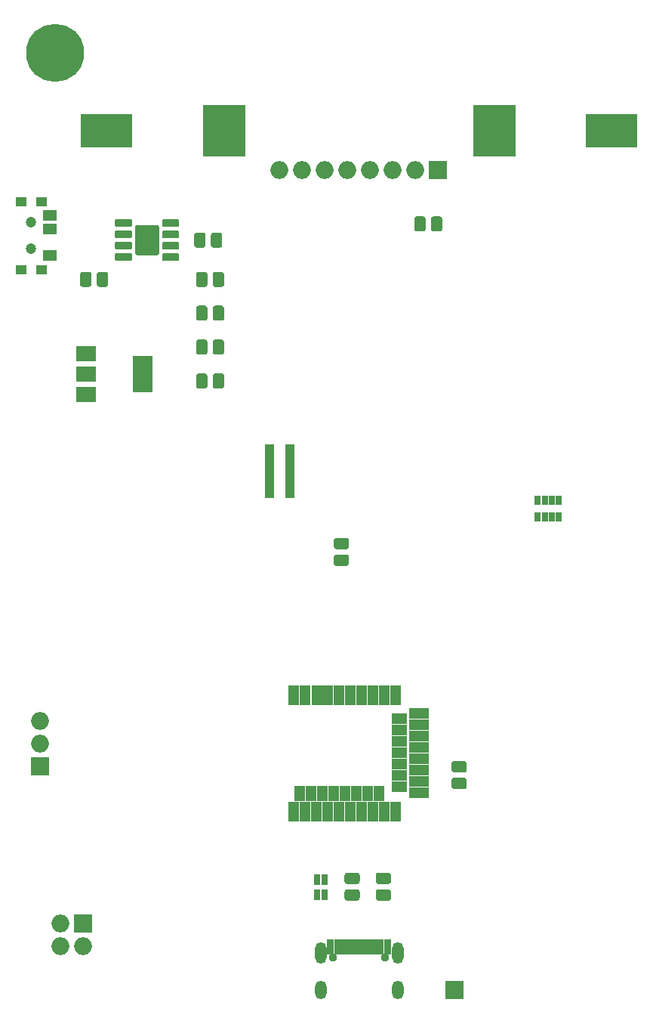
<source format=gbr>
G04 #@! TF.GenerationSoftware,KiCad,Pcbnew,5.1.5*
G04 #@! TF.CreationDate,2020-02-22T18:04:54-06:00*
G04 #@! TF.ProjectId,BSidesIA2020,42536964-6573-4494-9132-3032302e6b69,rev?*
G04 #@! TF.SameCoordinates,Original*
G04 #@! TF.FileFunction,Soldermask,Bot*
G04 #@! TF.FilePolarity,Negative*
%FSLAX46Y46*%
G04 Gerber Fmt 4.6, Leading zero omitted, Abs format (unit mm)*
G04 Created by KiCad (PCBNEW 5.1.5) date 2020-02-22 18:04:54*
%MOMM*%
%LPD*%
G04 APERTURE LIST*
%ADD10C,6.500000*%
%ADD11R,5.800000X3.800000*%
%ADD12R,4.800000X5.800000*%
%ADD13C,0.100000*%
%ADD14R,2.000000X2.000000*%
%ADD15O,2.000000X2.000000*%
%ADD16O,1.300000X2.400000*%
%ADD17O,1.300000X2.100000*%
%ADD18R,0.550000X1.700000*%
%ADD19C,0.950000*%
%ADD20R,1.200000X1.100000*%
%ADD21R,1.550000X1.200000*%
%ADD22C,1.200000*%
%ADD23R,0.700000X1.200000*%
%ADD24R,0.800000X1.100000*%
%ADD25R,0.700000X1.100000*%
%ADD26R,2.300000X4.100000*%
%ADD27R,2.300000X1.800000*%
%ADD28R,1.100000X0.500000*%
%ADD29R,1.100000X0.700000*%
%ADD30R,2.300000X1.300000*%
%ADD31R,1.300000X2.300000*%
%ADD32R,1.800000X1.300000*%
%ADD33R,1.300000X1.800000*%
G04 APERTURE END LIST*
D10*
X111700000Y-53050000D03*
D11*
X117475212Y-61775000D03*
X174075212Y-61775000D03*
D12*
X130650212Y-61750000D03*
X160950212Y-61750000D03*
D13*
G36*
X157562493Y-132364035D02*
G01*
X157593435Y-132368625D01*
X157623778Y-132376225D01*
X157653230Y-132386763D01*
X157681508Y-132400138D01*
X157708338Y-132416219D01*
X157733463Y-132434853D01*
X157756640Y-132455860D01*
X157777647Y-132479037D01*
X157796281Y-132504162D01*
X157812362Y-132530992D01*
X157825737Y-132559270D01*
X157836275Y-132588722D01*
X157843875Y-132619065D01*
X157848465Y-132650007D01*
X157850000Y-132681250D01*
X157850000Y-133318750D01*
X157848465Y-133349993D01*
X157843875Y-133380935D01*
X157836275Y-133411278D01*
X157825737Y-133440730D01*
X157812362Y-133469008D01*
X157796281Y-133495838D01*
X157777647Y-133520963D01*
X157756640Y-133544140D01*
X157733463Y-133565147D01*
X157708338Y-133583781D01*
X157681508Y-133599862D01*
X157653230Y-133613237D01*
X157623778Y-133623775D01*
X157593435Y-133631375D01*
X157562493Y-133635965D01*
X157531250Y-133637500D01*
X156468750Y-133637500D01*
X156437507Y-133635965D01*
X156406565Y-133631375D01*
X156376222Y-133623775D01*
X156346770Y-133613237D01*
X156318492Y-133599862D01*
X156291662Y-133583781D01*
X156266537Y-133565147D01*
X156243360Y-133544140D01*
X156222353Y-133520963D01*
X156203719Y-133495838D01*
X156187638Y-133469008D01*
X156174263Y-133440730D01*
X156163725Y-133411278D01*
X156156125Y-133380935D01*
X156151535Y-133349993D01*
X156150000Y-133318750D01*
X156150000Y-132681250D01*
X156151535Y-132650007D01*
X156156125Y-132619065D01*
X156163725Y-132588722D01*
X156174263Y-132559270D01*
X156187638Y-132530992D01*
X156203719Y-132504162D01*
X156222353Y-132479037D01*
X156243360Y-132455860D01*
X156266537Y-132434853D01*
X156291662Y-132416219D01*
X156318492Y-132400138D01*
X156346770Y-132386763D01*
X156376222Y-132376225D01*
X156406565Y-132368625D01*
X156437507Y-132364035D01*
X156468750Y-132362500D01*
X157531250Y-132362500D01*
X157562493Y-132364035D01*
G37*
G36*
X157562493Y-134239035D02*
G01*
X157593435Y-134243625D01*
X157623778Y-134251225D01*
X157653230Y-134261763D01*
X157681508Y-134275138D01*
X157708338Y-134291219D01*
X157733463Y-134309853D01*
X157756640Y-134330860D01*
X157777647Y-134354037D01*
X157796281Y-134379162D01*
X157812362Y-134405992D01*
X157825737Y-134434270D01*
X157836275Y-134463722D01*
X157843875Y-134494065D01*
X157848465Y-134525007D01*
X157850000Y-134556250D01*
X157850000Y-135193750D01*
X157848465Y-135224993D01*
X157843875Y-135255935D01*
X157836275Y-135286278D01*
X157825737Y-135315730D01*
X157812362Y-135344008D01*
X157796281Y-135370838D01*
X157777647Y-135395963D01*
X157756640Y-135419140D01*
X157733463Y-135440147D01*
X157708338Y-135458781D01*
X157681508Y-135474862D01*
X157653230Y-135488237D01*
X157623778Y-135498775D01*
X157593435Y-135506375D01*
X157562493Y-135510965D01*
X157531250Y-135512500D01*
X156468750Y-135512500D01*
X156437507Y-135510965D01*
X156406565Y-135506375D01*
X156376222Y-135498775D01*
X156346770Y-135488237D01*
X156318492Y-135474862D01*
X156291662Y-135458781D01*
X156266537Y-135440147D01*
X156243360Y-135419140D01*
X156222353Y-135395963D01*
X156203719Y-135370838D01*
X156187638Y-135344008D01*
X156174263Y-135315730D01*
X156163725Y-135286278D01*
X156156125Y-135255935D01*
X156151535Y-135224993D01*
X156150000Y-135193750D01*
X156150000Y-134556250D01*
X156151535Y-134525007D01*
X156156125Y-134494065D01*
X156163725Y-134463722D01*
X156174263Y-134434270D01*
X156187638Y-134405992D01*
X156203719Y-134379162D01*
X156222353Y-134354037D01*
X156243360Y-134330860D01*
X156266537Y-134309853D01*
X156291662Y-134291219D01*
X156318492Y-134275138D01*
X156346770Y-134261763D01*
X156376222Y-134251225D01*
X156406565Y-134243625D01*
X156437507Y-134239035D01*
X156468750Y-134237500D01*
X157531250Y-134237500D01*
X157562493Y-134239035D01*
G37*
G36*
X128474993Y-85151535D02*
G01*
X128505935Y-85156125D01*
X128536278Y-85163725D01*
X128565730Y-85174263D01*
X128594008Y-85187638D01*
X128620838Y-85203719D01*
X128645963Y-85222353D01*
X128669140Y-85243360D01*
X128690147Y-85266537D01*
X128708781Y-85291662D01*
X128724862Y-85318492D01*
X128738237Y-85346770D01*
X128748775Y-85376222D01*
X128756375Y-85406565D01*
X128760965Y-85437507D01*
X128762500Y-85468750D01*
X128762500Y-86531250D01*
X128760965Y-86562493D01*
X128756375Y-86593435D01*
X128748775Y-86623778D01*
X128738237Y-86653230D01*
X128724862Y-86681508D01*
X128708781Y-86708338D01*
X128690147Y-86733463D01*
X128669140Y-86756640D01*
X128645963Y-86777647D01*
X128620838Y-86796281D01*
X128594008Y-86812362D01*
X128565730Y-86825737D01*
X128536278Y-86836275D01*
X128505935Y-86843875D01*
X128474993Y-86848465D01*
X128443750Y-86850000D01*
X127806250Y-86850000D01*
X127775007Y-86848465D01*
X127744065Y-86843875D01*
X127713722Y-86836275D01*
X127684270Y-86825737D01*
X127655992Y-86812362D01*
X127629162Y-86796281D01*
X127604037Y-86777647D01*
X127580860Y-86756640D01*
X127559853Y-86733463D01*
X127541219Y-86708338D01*
X127525138Y-86681508D01*
X127511763Y-86653230D01*
X127501225Y-86623778D01*
X127493625Y-86593435D01*
X127489035Y-86562493D01*
X127487500Y-86531250D01*
X127487500Y-85468750D01*
X127489035Y-85437507D01*
X127493625Y-85406565D01*
X127501225Y-85376222D01*
X127511763Y-85346770D01*
X127525138Y-85318492D01*
X127541219Y-85291662D01*
X127559853Y-85266537D01*
X127580860Y-85243360D01*
X127604037Y-85222353D01*
X127629162Y-85203719D01*
X127655992Y-85187638D01*
X127684270Y-85174263D01*
X127713722Y-85163725D01*
X127744065Y-85156125D01*
X127775007Y-85151535D01*
X127806250Y-85150000D01*
X128443750Y-85150000D01*
X128474993Y-85151535D01*
G37*
G36*
X130349993Y-85151535D02*
G01*
X130380935Y-85156125D01*
X130411278Y-85163725D01*
X130440730Y-85174263D01*
X130469008Y-85187638D01*
X130495838Y-85203719D01*
X130520963Y-85222353D01*
X130544140Y-85243360D01*
X130565147Y-85266537D01*
X130583781Y-85291662D01*
X130599862Y-85318492D01*
X130613237Y-85346770D01*
X130623775Y-85376222D01*
X130631375Y-85406565D01*
X130635965Y-85437507D01*
X130637500Y-85468750D01*
X130637500Y-86531250D01*
X130635965Y-86562493D01*
X130631375Y-86593435D01*
X130623775Y-86623778D01*
X130613237Y-86653230D01*
X130599862Y-86681508D01*
X130583781Y-86708338D01*
X130565147Y-86733463D01*
X130544140Y-86756640D01*
X130520963Y-86777647D01*
X130495838Y-86796281D01*
X130469008Y-86812362D01*
X130440730Y-86825737D01*
X130411278Y-86836275D01*
X130380935Y-86843875D01*
X130349993Y-86848465D01*
X130318750Y-86850000D01*
X129681250Y-86850000D01*
X129650007Y-86848465D01*
X129619065Y-86843875D01*
X129588722Y-86836275D01*
X129559270Y-86825737D01*
X129530992Y-86812362D01*
X129504162Y-86796281D01*
X129479037Y-86777647D01*
X129455860Y-86756640D01*
X129434853Y-86733463D01*
X129416219Y-86708338D01*
X129400138Y-86681508D01*
X129386763Y-86653230D01*
X129376225Y-86623778D01*
X129368625Y-86593435D01*
X129364035Y-86562493D01*
X129362500Y-86531250D01*
X129362500Y-85468750D01*
X129364035Y-85437507D01*
X129368625Y-85406565D01*
X129376225Y-85376222D01*
X129386763Y-85346770D01*
X129400138Y-85318492D01*
X129416219Y-85291662D01*
X129434853Y-85266537D01*
X129455860Y-85243360D01*
X129479037Y-85222353D01*
X129504162Y-85203719D01*
X129530992Y-85187638D01*
X129559270Y-85174263D01*
X129588722Y-85163725D01*
X129619065Y-85156125D01*
X129650007Y-85151535D01*
X129681250Y-85150000D01*
X130318750Y-85150000D01*
X130349993Y-85151535D01*
G37*
G36*
X130349993Y-88951535D02*
G01*
X130380935Y-88956125D01*
X130411278Y-88963725D01*
X130440730Y-88974263D01*
X130469008Y-88987638D01*
X130495838Y-89003719D01*
X130520963Y-89022353D01*
X130544140Y-89043360D01*
X130565147Y-89066537D01*
X130583781Y-89091662D01*
X130599862Y-89118492D01*
X130613237Y-89146770D01*
X130623775Y-89176222D01*
X130631375Y-89206565D01*
X130635965Y-89237507D01*
X130637500Y-89268750D01*
X130637500Y-90331250D01*
X130635965Y-90362493D01*
X130631375Y-90393435D01*
X130623775Y-90423778D01*
X130613237Y-90453230D01*
X130599862Y-90481508D01*
X130583781Y-90508338D01*
X130565147Y-90533463D01*
X130544140Y-90556640D01*
X130520963Y-90577647D01*
X130495838Y-90596281D01*
X130469008Y-90612362D01*
X130440730Y-90625737D01*
X130411278Y-90636275D01*
X130380935Y-90643875D01*
X130349993Y-90648465D01*
X130318750Y-90650000D01*
X129681250Y-90650000D01*
X129650007Y-90648465D01*
X129619065Y-90643875D01*
X129588722Y-90636275D01*
X129559270Y-90625737D01*
X129530992Y-90612362D01*
X129504162Y-90596281D01*
X129479037Y-90577647D01*
X129455860Y-90556640D01*
X129434853Y-90533463D01*
X129416219Y-90508338D01*
X129400138Y-90481508D01*
X129386763Y-90453230D01*
X129376225Y-90423778D01*
X129368625Y-90393435D01*
X129364035Y-90362493D01*
X129362500Y-90331250D01*
X129362500Y-89268750D01*
X129364035Y-89237507D01*
X129368625Y-89206565D01*
X129376225Y-89176222D01*
X129386763Y-89146770D01*
X129400138Y-89118492D01*
X129416219Y-89091662D01*
X129434853Y-89066537D01*
X129455860Y-89043360D01*
X129479037Y-89022353D01*
X129504162Y-89003719D01*
X129530992Y-88987638D01*
X129559270Y-88974263D01*
X129588722Y-88963725D01*
X129619065Y-88956125D01*
X129650007Y-88951535D01*
X129681250Y-88950000D01*
X130318750Y-88950000D01*
X130349993Y-88951535D01*
G37*
G36*
X128474993Y-88951535D02*
G01*
X128505935Y-88956125D01*
X128536278Y-88963725D01*
X128565730Y-88974263D01*
X128594008Y-88987638D01*
X128620838Y-89003719D01*
X128645963Y-89022353D01*
X128669140Y-89043360D01*
X128690147Y-89066537D01*
X128708781Y-89091662D01*
X128724862Y-89118492D01*
X128738237Y-89146770D01*
X128748775Y-89176222D01*
X128756375Y-89206565D01*
X128760965Y-89237507D01*
X128762500Y-89268750D01*
X128762500Y-90331250D01*
X128760965Y-90362493D01*
X128756375Y-90393435D01*
X128748775Y-90423778D01*
X128738237Y-90453230D01*
X128724862Y-90481508D01*
X128708781Y-90508338D01*
X128690147Y-90533463D01*
X128669140Y-90556640D01*
X128645963Y-90577647D01*
X128620838Y-90596281D01*
X128594008Y-90612362D01*
X128565730Y-90625737D01*
X128536278Y-90636275D01*
X128505935Y-90643875D01*
X128474993Y-90648465D01*
X128443750Y-90650000D01*
X127806250Y-90650000D01*
X127775007Y-90648465D01*
X127744065Y-90643875D01*
X127713722Y-90636275D01*
X127684270Y-90625737D01*
X127655992Y-90612362D01*
X127629162Y-90596281D01*
X127604037Y-90577647D01*
X127580860Y-90556640D01*
X127559853Y-90533463D01*
X127541219Y-90508338D01*
X127525138Y-90481508D01*
X127511763Y-90453230D01*
X127501225Y-90423778D01*
X127493625Y-90393435D01*
X127489035Y-90362493D01*
X127487500Y-90331250D01*
X127487500Y-89268750D01*
X127489035Y-89237507D01*
X127493625Y-89206565D01*
X127501225Y-89176222D01*
X127511763Y-89146770D01*
X127525138Y-89118492D01*
X127541219Y-89091662D01*
X127559853Y-89066537D01*
X127580860Y-89043360D01*
X127604037Y-89022353D01*
X127629162Y-89003719D01*
X127655992Y-88987638D01*
X127684270Y-88974263D01*
X127713722Y-88963725D01*
X127744065Y-88956125D01*
X127775007Y-88951535D01*
X127806250Y-88950000D01*
X128443750Y-88950000D01*
X128474993Y-88951535D01*
G37*
G36*
X130349993Y-77551535D02*
G01*
X130380935Y-77556125D01*
X130411278Y-77563725D01*
X130440730Y-77574263D01*
X130469008Y-77587638D01*
X130495838Y-77603719D01*
X130520963Y-77622353D01*
X130544140Y-77643360D01*
X130565147Y-77666537D01*
X130583781Y-77691662D01*
X130599862Y-77718492D01*
X130613237Y-77746770D01*
X130623775Y-77776222D01*
X130631375Y-77806565D01*
X130635965Y-77837507D01*
X130637500Y-77868750D01*
X130637500Y-78931250D01*
X130635965Y-78962493D01*
X130631375Y-78993435D01*
X130623775Y-79023778D01*
X130613237Y-79053230D01*
X130599862Y-79081508D01*
X130583781Y-79108338D01*
X130565147Y-79133463D01*
X130544140Y-79156640D01*
X130520963Y-79177647D01*
X130495838Y-79196281D01*
X130469008Y-79212362D01*
X130440730Y-79225737D01*
X130411278Y-79236275D01*
X130380935Y-79243875D01*
X130349993Y-79248465D01*
X130318750Y-79250000D01*
X129681250Y-79250000D01*
X129650007Y-79248465D01*
X129619065Y-79243875D01*
X129588722Y-79236275D01*
X129559270Y-79225737D01*
X129530992Y-79212362D01*
X129504162Y-79196281D01*
X129479037Y-79177647D01*
X129455860Y-79156640D01*
X129434853Y-79133463D01*
X129416219Y-79108338D01*
X129400138Y-79081508D01*
X129386763Y-79053230D01*
X129376225Y-79023778D01*
X129368625Y-78993435D01*
X129364035Y-78962493D01*
X129362500Y-78931250D01*
X129362500Y-77868750D01*
X129364035Y-77837507D01*
X129368625Y-77806565D01*
X129376225Y-77776222D01*
X129386763Y-77746770D01*
X129400138Y-77718492D01*
X129416219Y-77691662D01*
X129434853Y-77666537D01*
X129455860Y-77643360D01*
X129479037Y-77622353D01*
X129504162Y-77603719D01*
X129530992Y-77587638D01*
X129559270Y-77574263D01*
X129588722Y-77563725D01*
X129619065Y-77556125D01*
X129650007Y-77551535D01*
X129681250Y-77550000D01*
X130318750Y-77550000D01*
X130349993Y-77551535D01*
G37*
G36*
X128474993Y-77551535D02*
G01*
X128505935Y-77556125D01*
X128536278Y-77563725D01*
X128565730Y-77574263D01*
X128594008Y-77587638D01*
X128620838Y-77603719D01*
X128645963Y-77622353D01*
X128669140Y-77643360D01*
X128690147Y-77666537D01*
X128708781Y-77691662D01*
X128724862Y-77718492D01*
X128738237Y-77746770D01*
X128748775Y-77776222D01*
X128756375Y-77806565D01*
X128760965Y-77837507D01*
X128762500Y-77868750D01*
X128762500Y-78931250D01*
X128760965Y-78962493D01*
X128756375Y-78993435D01*
X128748775Y-79023778D01*
X128738237Y-79053230D01*
X128724862Y-79081508D01*
X128708781Y-79108338D01*
X128690147Y-79133463D01*
X128669140Y-79156640D01*
X128645963Y-79177647D01*
X128620838Y-79196281D01*
X128594008Y-79212362D01*
X128565730Y-79225737D01*
X128536278Y-79236275D01*
X128505935Y-79243875D01*
X128474993Y-79248465D01*
X128443750Y-79250000D01*
X127806250Y-79250000D01*
X127775007Y-79248465D01*
X127744065Y-79243875D01*
X127713722Y-79236275D01*
X127684270Y-79225737D01*
X127655992Y-79212362D01*
X127629162Y-79196281D01*
X127604037Y-79177647D01*
X127580860Y-79156640D01*
X127559853Y-79133463D01*
X127541219Y-79108338D01*
X127525138Y-79081508D01*
X127511763Y-79053230D01*
X127501225Y-79023778D01*
X127493625Y-78993435D01*
X127489035Y-78962493D01*
X127487500Y-78931250D01*
X127487500Y-77868750D01*
X127489035Y-77837507D01*
X127493625Y-77806565D01*
X127501225Y-77776222D01*
X127511763Y-77746770D01*
X127525138Y-77718492D01*
X127541219Y-77691662D01*
X127559853Y-77666537D01*
X127580860Y-77643360D01*
X127604037Y-77622353D01*
X127629162Y-77603719D01*
X127655992Y-77587638D01*
X127684270Y-77574263D01*
X127713722Y-77563725D01*
X127744065Y-77556125D01*
X127775007Y-77551535D01*
X127806250Y-77550000D01*
X128443750Y-77550000D01*
X128474993Y-77551535D01*
G37*
G36*
X115474993Y-77551535D02*
G01*
X115505935Y-77556125D01*
X115536278Y-77563725D01*
X115565730Y-77574263D01*
X115594008Y-77587638D01*
X115620838Y-77603719D01*
X115645963Y-77622353D01*
X115669140Y-77643360D01*
X115690147Y-77666537D01*
X115708781Y-77691662D01*
X115724862Y-77718492D01*
X115738237Y-77746770D01*
X115748775Y-77776222D01*
X115756375Y-77806565D01*
X115760965Y-77837507D01*
X115762500Y-77868750D01*
X115762500Y-78931250D01*
X115760965Y-78962493D01*
X115756375Y-78993435D01*
X115748775Y-79023778D01*
X115738237Y-79053230D01*
X115724862Y-79081508D01*
X115708781Y-79108338D01*
X115690147Y-79133463D01*
X115669140Y-79156640D01*
X115645963Y-79177647D01*
X115620838Y-79196281D01*
X115594008Y-79212362D01*
X115565730Y-79225737D01*
X115536278Y-79236275D01*
X115505935Y-79243875D01*
X115474993Y-79248465D01*
X115443750Y-79250000D01*
X114806250Y-79250000D01*
X114775007Y-79248465D01*
X114744065Y-79243875D01*
X114713722Y-79236275D01*
X114684270Y-79225737D01*
X114655992Y-79212362D01*
X114629162Y-79196281D01*
X114604037Y-79177647D01*
X114580860Y-79156640D01*
X114559853Y-79133463D01*
X114541219Y-79108338D01*
X114525138Y-79081508D01*
X114511763Y-79053230D01*
X114501225Y-79023778D01*
X114493625Y-78993435D01*
X114489035Y-78962493D01*
X114487500Y-78931250D01*
X114487500Y-77868750D01*
X114489035Y-77837507D01*
X114493625Y-77806565D01*
X114501225Y-77776222D01*
X114511763Y-77746770D01*
X114525138Y-77718492D01*
X114541219Y-77691662D01*
X114559853Y-77666537D01*
X114580860Y-77643360D01*
X114604037Y-77622353D01*
X114629162Y-77603719D01*
X114655992Y-77587638D01*
X114684270Y-77574263D01*
X114713722Y-77563725D01*
X114744065Y-77556125D01*
X114775007Y-77551535D01*
X114806250Y-77550000D01*
X115443750Y-77550000D01*
X115474993Y-77551535D01*
G37*
G36*
X117349993Y-77551535D02*
G01*
X117380935Y-77556125D01*
X117411278Y-77563725D01*
X117440730Y-77574263D01*
X117469008Y-77587638D01*
X117495838Y-77603719D01*
X117520963Y-77622353D01*
X117544140Y-77643360D01*
X117565147Y-77666537D01*
X117583781Y-77691662D01*
X117599862Y-77718492D01*
X117613237Y-77746770D01*
X117623775Y-77776222D01*
X117631375Y-77806565D01*
X117635965Y-77837507D01*
X117637500Y-77868750D01*
X117637500Y-78931250D01*
X117635965Y-78962493D01*
X117631375Y-78993435D01*
X117623775Y-79023778D01*
X117613237Y-79053230D01*
X117599862Y-79081508D01*
X117583781Y-79108338D01*
X117565147Y-79133463D01*
X117544140Y-79156640D01*
X117520963Y-79177647D01*
X117495838Y-79196281D01*
X117469008Y-79212362D01*
X117440730Y-79225737D01*
X117411278Y-79236275D01*
X117380935Y-79243875D01*
X117349993Y-79248465D01*
X117318750Y-79250000D01*
X116681250Y-79250000D01*
X116650007Y-79248465D01*
X116619065Y-79243875D01*
X116588722Y-79236275D01*
X116559270Y-79225737D01*
X116530992Y-79212362D01*
X116504162Y-79196281D01*
X116479037Y-79177647D01*
X116455860Y-79156640D01*
X116434853Y-79133463D01*
X116416219Y-79108338D01*
X116400138Y-79081508D01*
X116386763Y-79053230D01*
X116376225Y-79023778D01*
X116368625Y-78993435D01*
X116364035Y-78962493D01*
X116362500Y-78931250D01*
X116362500Y-77868750D01*
X116364035Y-77837507D01*
X116368625Y-77806565D01*
X116376225Y-77776222D01*
X116386763Y-77746770D01*
X116400138Y-77718492D01*
X116416219Y-77691662D01*
X116434853Y-77666537D01*
X116455860Y-77643360D01*
X116479037Y-77622353D01*
X116504162Y-77603719D01*
X116530992Y-77587638D01*
X116559270Y-77574263D01*
X116588722Y-77563725D01*
X116619065Y-77556125D01*
X116650007Y-77551535D01*
X116681250Y-77550000D01*
X117318750Y-77550000D01*
X117349993Y-77551535D01*
G37*
D14*
X114800000Y-150600000D03*
D15*
X112260000Y-150600000D03*
X114800000Y-153140000D03*
X112260000Y-153140000D03*
D14*
X156500000Y-158000000D03*
X110000000Y-133000000D03*
D15*
X110000000Y-130460000D03*
X110000000Y-127920000D03*
D14*
X154650212Y-66200000D03*
D15*
X152110212Y-66200000D03*
X149570212Y-66200000D03*
X147030212Y-66200000D03*
X144490212Y-66200000D03*
X141950212Y-66200000D03*
X139410212Y-66200000D03*
X136870212Y-66200000D03*
D16*
X150095212Y-153900000D03*
X141455212Y-153900000D03*
D17*
X150095212Y-158050000D03*
X141455212Y-158050000D03*
D18*
X145525212Y-153200000D03*
X146025212Y-153200000D03*
X146525212Y-153200000D03*
X145025212Y-153200000D03*
X144525212Y-153200000D03*
X147025212Y-153200000D03*
X144025212Y-153200000D03*
X147525212Y-153200000D03*
X149100212Y-153200000D03*
X148850212Y-153200000D03*
X148300212Y-153200000D03*
X148050212Y-153200000D03*
X143500212Y-153200000D03*
X143250212Y-153200000D03*
X142700212Y-153200000D03*
X142450212Y-153200000D03*
D19*
X142885212Y-154400000D03*
X148665212Y-154400000D03*
D13*
G36*
X144362493Y-107364035D02*
G01*
X144393435Y-107368625D01*
X144423778Y-107376225D01*
X144453230Y-107386763D01*
X144481508Y-107400138D01*
X144508338Y-107416219D01*
X144533463Y-107434853D01*
X144556640Y-107455860D01*
X144577647Y-107479037D01*
X144596281Y-107504162D01*
X144612362Y-107530992D01*
X144625737Y-107559270D01*
X144636275Y-107588722D01*
X144643875Y-107619065D01*
X144648465Y-107650007D01*
X144650000Y-107681250D01*
X144650000Y-108318750D01*
X144648465Y-108349993D01*
X144643875Y-108380935D01*
X144636275Y-108411278D01*
X144625737Y-108440730D01*
X144612362Y-108469008D01*
X144596281Y-108495838D01*
X144577647Y-108520963D01*
X144556640Y-108544140D01*
X144533463Y-108565147D01*
X144508338Y-108583781D01*
X144481508Y-108599862D01*
X144453230Y-108613237D01*
X144423778Y-108623775D01*
X144393435Y-108631375D01*
X144362493Y-108635965D01*
X144331250Y-108637500D01*
X143268750Y-108637500D01*
X143237507Y-108635965D01*
X143206565Y-108631375D01*
X143176222Y-108623775D01*
X143146770Y-108613237D01*
X143118492Y-108599862D01*
X143091662Y-108583781D01*
X143066537Y-108565147D01*
X143043360Y-108544140D01*
X143022353Y-108520963D01*
X143003719Y-108495838D01*
X142987638Y-108469008D01*
X142974263Y-108440730D01*
X142963725Y-108411278D01*
X142956125Y-108380935D01*
X142951535Y-108349993D01*
X142950000Y-108318750D01*
X142950000Y-107681250D01*
X142951535Y-107650007D01*
X142956125Y-107619065D01*
X142963725Y-107588722D01*
X142974263Y-107559270D01*
X142987638Y-107530992D01*
X143003719Y-107504162D01*
X143022353Y-107479037D01*
X143043360Y-107455860D01*
X143066537Y-107434853D01*
X143091662Y-107416219D01*
X143118492Y-107400138D01*
X143146770Y-107386763D01*
X143176222Y-107376225D01*
X143206565Y-107368625D01*
X143237507Y-107364035D01*
X143268750Y-107362500D01*
X144331250Y-107362500D01*
X144362493Y-107364035D01*
G37*
G36*
X144362493Y-109239035D02*
G01*
X144393435Y-109243625D01*
X144423778Y-109251225D01*
X144453230Y-109261763D01*
X144481508Y-109275138D01*
X144508338Y-109291219D01*
X144533463Y-109309853D01*
X144556640Y-109330860D01*
X144577647Y-109354037D01*
X144596281Y-109379162D01*
X144612362Y-109405992D01*
X144625737Y-109434270D01*
X144636275Y-109463722D01*
X144643875Y-109494065D01*
X144648465Y-109525007D01*
X144650000Y-109556250D01*
X144650000Y-110193750D01*
X144648465Y-110224993D01*
X144643875Y-110255935D01*
X144636275Y-110286278D01*
X144625737Y-110315730D01*
X144612362Y-110344008D01*
X144596281Y-110370838D01*
X144577647Y-110395963D01*
X144556640Y-110419140D01*
X144533463Y-110440147D01*
X144508338Y-110458781D01*
X144481508Y-110474862D01*
X144453230Y-110488237D01*
X144423778Y-110498775D01*
X144393435Y-110506375D01*
X144362493Y-110510965D01*
X144331250Y-110512500D01*
X143268750Y-110512500D01*
X143237507Y-110510965D01*
X143206565Y-110506375D01*
X143176222Y-110498775D01*
X143146770Y-110488237D01*
X143118492Y-110474862D01*
X143091662Y-110458781D01*
X143066537Y-110440147D01*
X143043360Y-110419140D01*
X143022353Y-110395963D01*
X143003719Y-110370838D01*
X142987638Y-110344008D01*
X142974263Y-110315730D01*
X142963725Y-110286278D01*
X142956125Y-110255935D01*
X142951535Y-110224993D01*
X142950000Y-110193750D01*
X142950000Y-109556250D01*
X142951535Y-109525007D01*
X142956125Y-109494065D01*
X142963725Y-109463722D01*
X142974263Y-109434270D01*
X142987638Y-109405992D01*
X143003719Y-109379162D01*
X143022353Y-109354037D01*
X143043360Y-109330860D01*
X143066537Y-109309853D01*
X143091662Y-109291219D01*
X143118492Y-109275138D01*
X143146770Y-109261763D01*
X143176222Y-109251225D01*
X143206565Y-109243625D01*
X143237507Y-109239035D01*
X143268750Y-109237500D01*
X144331250Y-109237500D01*
X144362493Y-109239035D01*
G37*
D20*
X107850000Y-69700000D03*
X107850000Y-77300000D03*
X110150000Y-77310000D03*
X110150000Y-69700000D03*
D21*
X111125000Y-71250000D03*
X111125000Y-72750000D03*
X111125000Y-75750000D03*
D22*
X109000000Y-75000000D03*
X109000000Y-72000000D03*
D13*
G36*
X149062493Y-146739035D02*
G01*
X149093435Y-146743625D01*
X149123778Y-146751225D01*
X149153230Y-146761763D01*
X149181508Y-146775138D01*
X149208338Y-146791219D01*
X149233463Y-146809853D01*
X149256640Y-146830860D01*
X149277647Y-146854037D01*
X149296281Y-146879162D01*
X149312362Y-146905992D01*
X149325737Y-146934270D01*
X149336275Y-146963722D01*
X149343875Y-146994065D01*
X149348465Y-147025007D01*
X149350000Y-147056250D01*
X149350000Y-147693750D01*
X149348465Y-147724993D01*
X149343875Y-147755935D01*
X149336275Y-147786278D01*
X149325737Y-147815730D01*
X149312362Y-147844008D01*
X149296281Y-147870838D01*
X149277647Y-147895963D01*
X149256640Y-147919140D01*
X149233463Y-147940147D01*
X149208338Y-147958781D01*
X149181508Y-147974862D01*
X149153230Y-147988237D01*
X149123778Y-147998775D01*
X149093435Y-148006375D01*
X149062493Y-148010965D01*
X149031250Y-148012500D01*
X147968750Y-148012500D01*
X147937507Y-148010965D01*
X147906565Y-148006375D01*
X147876222Y-147998775D01*
X147846770Y-147988237D01*
X147818492Y-147974862D01*
X147791662Y-147958781D01*
X147766537Y-147940147D01*
X147743360Y-147919140D01*
X147722353Y-147895963D01*
X147703719Y-147870838D01*
X147687638Y-147844008D01*
X147674263Y-147815730D01*
X147663725Y-147786278D01*
X147656125Y-147755935D01*
X147651535Y-147724993D01*
X147650000Y-147693750D01*
X147650000Y-147056250D01*
X147651535Y-147025007D01*
X147656125Y-146994065D01*
X147663725Y-146963722D01*
X147674263Y-146934270D01*
X147687638Y-146905992D01*
X147703719Y-146879162D01*
X147722353Y-146854037D01*
X147743360Y-146830860D01*
X147766537Y-146809853D01*
X147791662Y-146791219D01*
X147818492Y-146775138D01*
X147846770Y-146761763D01*
X147876222Y-146751225D01*
X147906565Y-146743625D01*
X147937507Y-146739035D01*
X147968750Y-146737500D01*
X149031250Y-146737500D01*
X149062493Y-146739035D01*
G37*
G36*
X149062493Y-144864035D02*
G01*
X149093435Y-144868625D01*
X149123778Y-144876225D01*
X149153230Y-144886763D01*
X149181508Y-144900138D01*
X149208338Y-144916219D01*
X149233463Y-144934853D01*
X149256640Y-144955860D01*
X149277647Y-144979037D01*
X149296281Y-145004162D01*
X149312362Y-145030992D01*
X149325737Y-145059270D01*
X149336275Y-145088722D01*
X149343875Y-145119065D01*
X149348465Y-145150007D01*
X149350000Y-145181250D01*
X149350000Y-145818750D01*
X149348465Y-145849993D01*
X149343875Y-145880935D01*
X149336275Y-145911278D01*
X149325737Y-145940730D01*
X149312362Y-145969008D01*
X149296281Y-145995838D01*
X149277647Y-146020963D01*
X149256640Y-146044140D01*
X149233463Y-146065147D01*
X149208338Y-146083781D01*
X149181508Y-146099862D01*
X149153230Y-146113237D01*
X149123778Y-146123775D01*
X149093435Y-146131375D01*
X149062493Y-146135965D01*
X149031250Y-146137500D01*
X147968750Y-146137500D01*
X147937507Y-146135965D01*
X147906565Y-146131375D01*
X147876222Y-146123775D01*
X147846770Y-146113237D01*
X147818492Y-146099862D01*
X147791662Y-146083781D01*
X147766537Y-146065147D01*
X147743360Y-146044140D01*
X147722353Y-146020963D01*
X147703719Y-145995838D01*
X147687638Y-145969008D01*
X147674263Y-145940730D01*
X147663725Y-145911278D01*
X147656125Y-145880935D01*
X147651535Y-145849993D01*
X147650000Y-145818750D01*
X147650000Y-145181250D01*
X147651535Y-145150007D01*
X147656125Y-145119065D01*
X147663725Y-145088722D01*
X147674263Y-145059270D01*
X147687638Y-145030992D01*
X147703719Y-145004162D01*
X147722353Y-144979037D01*
X147743360Y-144955860D01*
X147766537Y-144934853D01*
X147791662Y-144916219D01*
X147818492Y-144900138D01*
X147846770Y-144886763D01*
X147876222Y-144876225D01*
X147906565Y-144868625D01*
X147937507Y-144864035D01*
X147968750Y-144862500D01*
X149031250Y-144862500D01*
X149062493Y-144864035D01*
G37*
G36*
X130149993Y-73151535D02*
G01*
X130180935Y-73156125D01*
X130211278Y-73163725D01*
X130240730Y-73174263D01*
X130269008Y-73187638D01*
X130295838Y-73203719D01*
X130320963Y-73222353D01*
X130344140Y-73243360D01*
X130365147Y-73266537D01*
X130383781Y-73291662D01*
X130399862Y-73318492D01*
X130413237Y-73346770D01*
X130423775Y-73376222D01*
X130431375Y-73406565D01*
X130435965Y-73437507D01*
X130437500Y-73468750D01*
X130437500Y-74531250D01*
X130435965Y-74562493D01*
X130431375Y-74593435D01*
X130423775Y-74623778D01*
X130413237Y-74653230D01*
X130399862Y-74681508D01*
X130383781Y-74708338D01*
X130365147Y-74733463D01*
X130344140Y-74756640D01*
X130320963Y-74777647D01*
X130295838Y-74796281D01*
X130269008Y-74812362D01*
X130240730Y-74825737D01*
X130211278Y-74836275D01*
X130180935Y-74843875D01*
X130149993Y-74848465D01*
X130118750Y-74850000D01*
X129481250Y-74850000D01*
X129450007Y-74848465D01*
X129419065Y-74843875D01*
X129388722Y-74836275D01*
X129359270Y-74825737D01*
X129330992Y-74812362D01*
X129304162Y-74796281D01*
X129279037Y-74777647D01*
X129255860Y-74756640D01*
X129234853Y-74733463D01*
X129216219Y-74708338D01*
X129200138Y-74681508D01*
X129186763Y-74653230D01*
X129176225Y-74623778D01*
X129168625Y-74593435D01*
X129164035Y-74562493D01*
X129162500Y-74531250D01*
X129162500Y-73468750D01*
X129164035Y-73437507D01*
X129168625Y-73406565D01*
X129176225Y-73376222D01*
X129186763Y-73346770D01*
X129200138Y-73318492D01*
X129216219Y-73291662D01*
X129234853Y-73266537D01*
X129255860Y-73243360D01*
X129279037Y-73222353D01*
X129304162Y-73203719D01*
X129330992Y-73187638D01*
X129359270Y-73174263D01*
X129388722Y-73163725D01*
X129419065Y-73156125D01*
X129450007Y-73151535D01*
X129481250Y-73150000D01*
X130118750Y-73150000D01*
X130149993Y-73151535D01*
G37*
G36*
X128274993Y-73151535D02*
G01*
X128305935Y-73156125D01*
X128336278Y-73163725D01*
X128365730Y-73174263D01*
X128394008Y-73187638D01*
X128420838Y-73203719D01*
X128445963Y-73222353D01*
X128469140Y-73243360D01*
X128490147Y-73266537D01*
X128508781Y-73291662D01*
X128524862Y-73318492D01*
X128538237Y-73346770D01*
X128548775Y-73376222D01*
X128556375Y-73406565D01*
X128560965Y-73437507D01*
X128562500Y-73468750D01*
X128562500Y-74531250D01*
X128560965Y-74562493D01*
X128556375Y-74593435D01*
X128548775Y-74623778D01*
X128538237Y-74653230D01*
X128524862Y-74681508D01*
X128508781Y-74708338D01*
X128490147Y-74733463D01*
X128469140Y-74756640D01*
X128445963Y-74777647D01*
X128420838Y-74796281D01*
X128394008Y-74812362D01*
X128365730Y-74825737D01*
X128336278Y-74836275D01*
X128305935Y-74843875D01*
X128274993Y-74848465D01*
X128243750Y-74850000D01*
X127606250Y-74850000D01*
X127575007Y-74848465D01*
X127544065Y-74843875D01*
X127513722Y-74836275D01*
X127484270Y-74825737D01*
X127455992Y-74812362D01*
X127429162Y-74796281D01*
X127404037Y-74777647D01*
X127380860Y-74756640D01*
X127359853Y-74733463D01*
X127341219Y-74708338D01*
X127325138Y-74681508D01*
X127311763Y-74653230D01*
X127301225Y-74623778D01*
X127293625Y-74593435D01*
X127289035Y-74562493D01*
X127287500Y-74531250D01*
X127287500Y-73468750D01*
X127289035Y-73437507D01*
X127293625Y-73406565D01*
X127301225Y-73376222D01*
X127311763Y-73346770D01*
X127325138Y-73318492D01*
X127341219Y-73291662D01*
X127359853Y-73266537D01*
X127380860Y-73243360D01*
X127404037Y-73222353D01*
X127429162Y-73203719D01*
X127455992Y-73187638D01*
X127484270Y-73174263D01*
X127513722Y-73163725D01*
X127544065Y-73156125D01*
X127575007Y-73151535D01*
X127606250Y-73150000D01*
X128243750Y-73150000D01*
X128274993Y-73151535D01*
G37*
G36*
X145562493Y-144864035D02*
G01*
X145593435Y-144868625D01*
X145623778Y-144876225D01*
X145653230Y-144886763D01*
X145681508Y-144900138D01*
X145708338Y-144916219D01*
X145733463Y-144934853D01*
X145756640Y-144955860D01*
X145777647Y-144979037D01*
X145796281Y-145004162D01*
X145812362Y-145030992D01*
X145825737Y-145059270D01*
X145836275Y-145088722D01*
X145843875Y-145119065D01*
X145848465Y-145150007D01*
X145850000Y-145181250D01*
X145850000Y-145818750D01*
X145848465Y-145849993D01*
X145843875Y-145880935D01*
X145836275Y-145911278D01*
X145825737Y-145940730D01*
X145812362Y-145969008D01*
X145796281Y-145995838D01*
X145777647Y-146020963D01*
X145756640Y-146044140D01*
X145733463Y-146065147D01*
X145708338Y-146083781D01*
X145681508Y-146099862D01*
X145653230Y-146113237D01*
X145623778Y-146123775D01*
X145593435Y-146131375D01*
X145562493Y-146135965D01*
X145531250Y-146137500D01*
X144468750Y-146137500D01*
X144437507Y-146135965D01*
X144406565Y-146131375D01*
X144376222Y-146123775D01*
X144346770Y-146113237D01*
X144318492Y-146099862D01*
X144291662Y-146083781D01*
X144266537Y-146065147D01*
X144243360Y-146044140D01*
X144222353Y-146020963D01*
X144203719Y-145995838D01*
X144187638Y-145969008D01*
X144174263Y-145940730D01*
X144163725Y-145911278D01*
X144156125Y-145880935D01*
X144151535Y-145849993D01*
X144150000Y-145818750D01*
X144150000Y-145181250D01*
X144151535Y-145150007D01*
X144156125Y-145119065D01*
X144163725Y-145088722D01*
X144174263Y-145059270D01*
X144187638Y-145030992D01*
X144203719Y-145004162D01*
X144222353Y-144979037D01*
X144243360Y-144955860D01*
X144266537Y-144934853D01*
X144291662Y-144916219D01*
X144318492Y-144900138D01*
X144346770Y-144886763D01*
X144376222Y-144876225D01*
X144406565Y-144868625D01*
X144437507Y-144864035D01*
X144468750Y-144862500D01*
X145531250Y-144862500D01*
X145562493Y-144864035D01*
G37*
G36*
X145562493Y-146739035D02*
G01*
X145593435Y-146743625D01*
X145623778Y-146751225D01*
X145653230Y-146761763D01*
X145681508Y-146775138D01*
X145708338Y-146791219D01*
X145733463Y-146809853D01*
X145756640Y-146830860D01*
X145777647Y-146854037D01*
X145796281Y-146879162D01*
X145812362Y-146905992D01*
X145825737Y-146934270D01*
X145836275Y-146963722D01*
X145843875Y-146994065D01*
X145848465Y-147025007D01*
X145850000Y-147056250D01*
X145850000Y-147693750D01*
X145848465Y-147724993D01*
X145843875Y-147755935D01*
X145836275Y-147786278D01*
X145825737Y-147815730D01*
X145812362Y-147844008D01*
X145796281Y-147870838D01*
X145777647Y-147895963D01*
X145756640Y-147919140D01*
X145733463Y-147940147D01*
X145708338Y-147958781D01*
X145681508Y-147974862D01*
X145653230Y-147988237D01*
X145623778Y-147998775D01*
X145593435Y-148006375D01*
X145562493Y-148010965D01*
X145531250Y-148012500D01*
X144468750Y-148012500D01*
X144437507Y-148010965D01*
X144406565Y-148006375D01*
X144376222Y-147998775D01*
X144346770Y-147988237D01*
X144318492Y-147974862D01*
X144291662Y-147958781D01*
X144266537Y-147940147D01*
X144243360Y-147919140D01*
X144222353Y-147895963D01*
X144203719Y-147870838D01*
X144187638Y-147844008D01*
X144174263Y-147815730D01*
X144163725Y-147786278D01*
X144156125Y-147755935D01*
X144151535Y-147724993D01*
X144150000Y-147693750D01*
X144150000Y-147056250D01*
X144151535Y-147025007D01*
X144156125Y-146994065D01*
X144163725Y-146963722D01*
X144174263Y-146934270D01*
X144187638Y-146905992D01*
X144203719Y-146879162D01*
X144222353Y-146854037D01*
X144243360Y-146830860D01*
X144266537Y-146809853D01*
X144291662Y-146791219D01*
X144318492Y-146775138D01*
X144346770Y-146761763D01*
X144376222Y-146751225D01*
X144406565Y-146743625D01*
X144437507Y-146739035D01*
X144468750Y-146737500D01*
X145531250Y-146737500D01*
X145562493Y-146739035D01*
G37*
G36*
X152949993Y-71351535D02*
G01*
X152980935Y-71356125D01*
X153011278Y-71363725D01*
X153040730Y-71374263D01*
X153069008Y-71387638D01*
X153095838Y-71403719D01*
X153120963Y-71422353D01*
X153144140Y-71443360D01*
X153165147Y-71466537D01*
X153183781Y-71491662D01*
X153199862Y-71518492D01*
X153213237Y-71546770D01*
X153223775Y-71576222D01*
X153231375Y-71606565D01*
X153235965Y-71637507D01*
X153237500Y-71668750D01*
X153237500Y-72731250D01*
X153235965Y-72762493D01*
X153231375Y-72793435D01*
X153223775Y-72823778D01*
X153213237Y-72853230D01*
X153199862Y-72881508D01*
X153183781Y-72908338D01*
X153165147Y-72933463D01*
X153144140Y-72956640D01*
X153120963Y-72977647D01*
X153095838Y-72996281D01*
X153069008Y-73012362D01*
X153040730Y-73025737D01*
X153011278Y-73036275D01*
X152980935Y-73043875D01*
X152949993Y-73048465D01*
X152918750Y-73050000D01*
X152281250Y-73050000D01*
X152250007Y-73048465D01*
X152219065Y-73043875D01*
X152188722Y-73036275D01*
X152159270Y-73025737D01*
X152130992Y-73012362D01*
X152104162Y-72996281D01*
X152079037Y-72977647D01*
X152055860Y-72956640D01*
X152034853Y-72933463D01*
X152016219Y-72908338D01*
X152000138Y-72881508D01*
X151986763Y-72853230D01*
X151976225Y-72823778D01*
X151968625Y-72793435D01*
X151964035Y-72762493D01*
X151962500Y-72731250D01*
X151962500Y-71668750D01*
X151964035Y-71637507D01*
X151968625Y-71606565D01*
X151976225Y-71576222D01*
X151986763Y-71546770D01*
X152000138Y-71518492D01*
X152016219Y-71491662D01*
X152034853Y-71466537D01*
X152055860Y-71443360D01*
X152079037Y-71422353D01*
X152104162Y-71403719D01*
X152130992Y-71387638D01*
X152159270Y-71374263D01*
X152188722Y-71363725D01*
X152219065Y-71356125D01*
X152250007Y-71351535D01*
X152281250Y-71350000D01*
X152918750Y-71350000D01*
X152949993Y-71351535D01*
G37*
G36*
X154824993Y-71351535D02*
G01*
X154855935Y-71356125D01*
X154886278Y-71363725D01*
X154915730Y-71374263D01*
X154944008Y-71387638D01*
X154970838Y-71403719D01*
X154995963Y-71422353D01*
X155019140Y-71443360D01*
X155040147Y-71466537D01*
X155058781Y-71491662D01*
X155074862Y-71518492D01*
X155088237Y-71546770D01*
X155098775Y-71576222D01*
X155106375Y-71606565D01*
X155110965Y-71637507D01*
X155112500Y-71668750D01*
X155112500Y-72731250D01*
X155110965Y-72762493D01*
X155106375Y-72793435D01*
X155098775Y-72823778D01*
X155088237Y-72853230D01*
X155074862Y-72881508D01*
X155058781Y-72908338D01*
X155040147Y-72933463D01*
X155019140Y-72956640D01*
X154995963Y-72977647D01*
X154970838Y-72996281D01*
X154944008Y-73012362D01*
X154915730Y-73025737D01*
X154886278Y-73036275D01*
X154855935Y-73043875D01*
X154824993Y-73048465D01*
X154793750Y-73050000D01*
X154156250Y-73050000D01*
X154125007Y-73048465D01*
X154094065Y-73043875D01*
X154063722Y-73036275D01*
X154034270Y-73025737D01*
X154005992Y-73012362D01*
X153979162Y-72996281D01*
X153954037Y-72977647D01*
X153930860Y-72956640D01*
X153909853Y-72933463D01*
X153891219Y-72908338D01*
X153875138Y-72881508D01*
X153861763Y-72853230D01*
X153851225Y-72823778D01*
X153843625Y-72793435D01*
X153839035Y-72762493D01*
X153837500Y-72731250D01*
X153837500Y-71668750D01*
X153839035Y-71637507D01*
X153843625Y-71606565D01*
X153851225Y-71576222D01*
X153861763Y-71546770D01*
X153875138Y-71518492D01*
X153891219Y-71491662D01*
X153909853Y-71466537D01*
X153930860Y-71443360D01*
X153954037Y-71422353D01*
X153979162Y-71403719D01*
X154005992Y-71387638D01*
X154034270Y-71374263D01*
X154063722Y-71363725D01*
X154094065Y-71356125D01*
X154125007Y-71351535D01*
X154156250Y-71350000D01*
X154793750Y-71350000D01*
X154824993Y-71351535D01*
G37*
G36*
X130349993Y-81351535D02*
G01*
X130380935Y-81356125D01*
X130411278Y-81363725D01*
X130440730Y-81374263D01*
X130469008Y-81387638D01*
X130495838Y-81403719D01*
X130520963Y-81422353D01*
X130544140Y-81443360D01*
X130565147Y-81466537D01*
X130583781Y-81491662D01*
X130599862Y-81518492D01*
X130613237Y-81546770D01*
X130623775Y-81576222D01*
X130631375Y-81606565D01*
X130635965Y-81637507D01*
X130637500Y-81668750D01*
X130637500Y-82731250D01*
X130635965Y-82762493D01*
X130631375Y-82793435D01*
X130623775Y-82823778D01*
X130613237Y-82853230D01*
X130599862Y-82881508D01*
X130583781Y-82908338D01*
X130565147Y-82933463D01*
X130544140Y-82956640D01*
X130520963Y-82977647D01*
X130495838Y-82996281D01*
X130469008Y-83012362D01*
X130440730Y-83025737D01*
X130411278Y-83036275D01*
X130380935Y-83043875D01*
X130349993Y-83048465D01*
X130318750Y-83050000D01*
X129681250Y-83050000D01*
X129650007Y-83048465D01*
X129619065Y-83043875D01*
X129588722Y-83036275D01*
X129559270Y-83025737D01*
X129530992Y-83012362D01*
X129504162Y-82996281D01*
X129479037Y-82977647D01*
X129455860Y-82956640D01*
X129434853Y-82933463D01*
X129416219Y-82908338D01*
X129400138Y-82881508D01*
X129386763Y-82853230D01*
X129376225Y-82823778D01*
X129368625Y-82793435D01*
X129364035Y-82762493D01*
X129362500Y-82731250D01*
X129362500Y-81668750D01*
X129364035Y-81637507D01*
X129368625Y-81606565D01*
X129376225Y-81576222D01*
X129386763Y-81546770D01*
X129400138Y-81518492D01*
X129416219Y-81491662D01*
X129434853Y-81466537D01*
X129455860Y-81443360D01*
X129479037Y-81422353D01*
X129504162Y-81403719D01*
X129530992Y-81387638D01*
X129559270Y-81374263D01*
X129588722Y-81363725D01*
X129619065Y-81356125D01*
X129650007Y-81351535D01*
X129681250Y-81350000D01*
X130318750Y-81350000D01*
X130349993Y-81351535D01*
G37*
G36*
X128474993Y-81351535D02*
G01*
X128505935Y-81356125D01*
X128536278Y-81363725D01*
X128565730Y-81374263D01*
X128594008Y-81387638D01*
X128620838Y-81403719D01*
X128645963Y-81422353D01*
X128669140Y-81443360D01*
X128690147Y-81466537D01*
X128708781Y-81491662D01*
X128724862Y-81518492D01*
X128738237Y-81546770D01*
X128748775Y-81576222D01*
X128756375Y-81606565D01*
X128760965Y-81637507D01*
X128762500Y-81668750D01*
X128762500Y-82731250D01*
X128760965Y-82762493D01*
X128756375Y-82793435D01*
X128748775Y-82823778D01*
X128738237Y-82853230D01*
X128724862Y-82881508D01*
X128708781Y-82908338D01*
X128690147Y-82933463D01*
X128669140Y-82956640D01*
X128645963Y-82977647D01*
X128620838Y-82996281D01*
X128594008Y-83012362D01*
X128565730Y-83025737D01*
X128536278Y-83036275D01*
X128505935Y-83043875D01*
X128474993Y-83048465D01*
X128443750Y-83050000D01*
X127806250Y-83050000D01*
X127775007Y-83048465D01*
X127744065Y-83043875D01*
X127713722Y-83036275D01*
X127684270Y-83025737D01*
X127655992Y-83012362D01*
X127629162Y-82996281D01*
X127604037Y-82977647D01*
X127580860Y-82956640D01*
X127559853Y-82933463D01*
X127541219Y-82908338D01*
X127525138Y-82881508D01*
X127511763Y-82853230D01*
X127501225Y-82823778D01*
X127493625Y-82793435D01*
X127489035Y-82762493D01*
X127487500Y-82731250D01*
X127487500Y-81668750D01*
X127489035Y-81637507D01*
X127493625Y-81606565D01*
X127501225Y-81576222D01*
X127511763Y-81546770D01*
X127525138Y-81518492D01*
X127541219Y-81491662D01*
X127559853Y-81466537D01*
X127580860Y-81443360D01*
X127604037Y-81422353D01*
X127629162Y-81403719D01*
X127655992Y-81387638D01*
X127684270Y-81374263D01*
X127713722Y-81363725D01*
X127744065Y-81356125D01*
X127775007Y-81351535D01*
X127806250Y-81350000D01*
X128443750Y-81350000D01*
X128474993Y-81351535D01*
G37*
D23*
X141900000Y-147350000D03*
X141100000Y-147350000D03*
X141100000Y-145650000D03*
X141900000Y-145650000D03*
D24*
X168200000Y-105000000D03*
D25*
X166600000Y-105000000D03*
X167400000Y-105000000D03*
D24*
X165800000Y-105000000D03*
D25*
X167400000Y-103200000D03*
D24*
X168200000Y-103200000D03*
D25*
X166600000Y-103200000D03*
D24*
X165800000Y-103200000D03*
D26*
X121500000Y-89000000D03*
D27*
X115200000Y-89000000D03*
X115200000Y-86700000D03*
X115200000Y-91300000D03*
D13*
G36*
X123101435Y-72301354D02*
G01*
X123128725Y-72305402D01*
X123155486Y-72312105D01*
X123181461Y-72321399D01*
X123206400Y-72333194D01*
X123230062Y-72347377D01*
X123252221Y-72363811D01*
X123272662Y-72382338D01*
X123291189Y-72402779D01*
X123307623Y-72424938D01*
X123321806Y-72448600D01*
X123333601Y-72473539D01*
X123342895Y-72499514D01*
X123349598Y-72526275D01*
X123353646Y-72553565D01*
X123355000Y-72581119D01*
X123355000Y-75418881D01*
X123353646Y-75446435D01*
X123349598Y-75473725D01*
X123342895Y-75500486D01*
X123333601Y-75526461D01*
X123321806Y-75551400D01*
X123307623Y-75575062D01*
X123291189Y-75597221D01*
X123272662Y-75617662D01*
X123252221Y-75636189D01*
X123230062Y-75652623D01*
X123206400Y-75666806D01*
X123181461Y-75678601D01*
X123155486Y-75687895D01*
X123128725Y-75694598D01*
X123101435Y-75698646D01*
X123073881Y-75700000D01*
X120926119Y-75700000D01*
X120898565Y-75698646D01*
X120871275Y-75694598D01*
X120844514Y-75687895D01*
X120818539Y-75678601D01*
X120793600Y-75666806D01*
X120769938Y-75652623D01*
X120747779Y-75636189D01*
X120727338Y-75617662D01*
X120708811Y-75597221D01*
X120692377Y-75575062D01*
X120678194Y-75551400D01*
X120666399Y-75526461D01*
X120657105Y-75500486D01*
X120650402Y-75473725D01*
X120646354Y-75446435D01*
X120645000Y-75418881D01*
X120645000Y-72581119D01*
X120646354Y-72553565D01*
X120650402Y-72526275D01*
X120657105Y-72499514D01*
X120666399Y-72473539D01*
X120678194Y-72448600D01*
X120692377Y-72424938D01*
X120708811Y-72402779D01*
X120727338Y-72382338D01*
X120747779Y-72363811D01*
X120769938Y-72347377D01*
X120793600Y-72333194D01*
X120818539Y-72321399D01*
X120844514Y-72312105D01*
X120871275Y-72305402D01*
X120898565Y-72301354D01*
X120926119Y-72300000D01*
X123073881Y-72300000D01*
X123101435Y-72301354D01*
G37*
G36*
X125397054Y-71646083D02*
G01*
X125418895Y-71649323D01*
X125440314Y-71654688D01*
X125461104Y-71662127D01*
X125481064Y-71671568D01*
X125500003Y-71682919D01*
X125517738Y-71696073D01*
X125534099Y-71710901D01*
X125548927Y-71727262D01*
X125562081Y-71744997D01*
X125573432Y-71763936D01*
X125582873Y-71783896D01*
X125590312Y-71804686D01*
X125595677Y-71826105D01*
X125598917Y-71847946D01*
X125600000Y-71870000D01*
X125600000Y-72320000D01*
X125598917Y-72342054D01*
X125595677Y-72363895D01*
X125590312Y-72385314D01*
X125582873Y-72406104D01*
X125573432Y-72426064D01*
X125562081Y-72445003D01*
X125548927Y-72462738D01*
X125534099Y-72479099D01*
X125517738Y-72493927D01*
X125500003Y-72507081D01*
X125481064Y-72518432D01*
X125461104Y-72527873D01*
X125440314Y-72535312D01*
X125418895Y-72540677D01*
X125397054Y-72543917D01*
X125375000Y-72545000D01*
X123925000Y-72545000D01*
X123902946Y-72543917D01*
X123881105Y-72540677D01*
X123859686Y-72535312D01*
X123838896Y-72527873D01*
X123818936Y-72518432D01*
X123799997Y-72507081D01*
X123782262Y-72493927D01*
X123765901Y-72479099D01*
X123751073Y-72462738D01*
X123737919Y-72445003D01*
X123726568Y-72426064D01*
X123717127Y-72406104D01*
X123709688Y-72385314D01*
X123704323Y-72363895D01*
X123701083Y-72342054D01*
X123700000Y-72320000D01*
X123700000Y-71870000D01*
X123701083Y-71847946D01*
X123704323Y-71826105D01*
X123709688Y-71804686D01*
X123717127Y-71783896D01*
X123726568Y-71763936D01*
X123737919Y-71744997D01*
X123751073Y-71727262D01*
X123765901Y-71710901D01*
X123782262Y-71696073D01*
X123799997Y-71682919D01*
X123818936Y-71671568D01*
X123838896Y-71662127D01*
X123859686Y-71654688D01*
X123881105Y-71649323D01*
X123902946Y-71646083D01*
X123925000Y-71645000D01*
X125375000Y-71645000D01*
X125397054Y-71646083D01*
G37*
G36*
X125397054Y-72916083D02*
G01*
X125418895Y-72919323D01*
X125440314Y-72924688D01*
X125461104Y-72932127D01*
X125481064Y-72941568D01*
X125500003Y-72952919D01*
X125517738Y-72966073D01*
X125534099Y-72980901D01*
X125548927Y-72997262D01*
X125562081Y-73014997D01*
X125573432Y-73033936D01*
X125582873Y-73053896D01*
X125590312Y-73074686D01*
X125595677Y-73096105D01*
X125598917Y-73117946D01*
X125600000Y-73140000D01*
X125600000Y-73590000D01*
X125598917Y-73612054D01*
X125595677Y-73633895D01*
X125590312Y-73655314D01*
X125582873Y-73676104D01*
X125573432Y-73696064D01*
X125562081Y-73715003D01*
X125548927Y-73732738D01*
X125534099Y-73749099D01*
X125517738Y-73763927D01*
X125500003Y-73777081D01*
X125481064Y-73788432D01*
X125461104Y-73797873D01*
X125440314Y-73805312D01*
X125418895Y-73810677D01*
X125397054Y-73813917D01*
X125375000Y-73815000D01*
X123925000Y-73815000D01*
X123902946Y-73813917D01*
X123881105Y-73810677D01*
X123859686Y-73805312D01*
X123838896Y-73797873D01*
X123818936Y-73788432D01*
X123799997Y-73777081D01*
X123782262Y-73763927D01*
X123765901Y-73749099D01*
X123751073Y-73732738D01*
X123737919Y-73715003D01*
X123726568Y-73696064D01*
X123717127Y-73676104D01*
X123709688Y-73655314D01*
X123704323Y-73633895D01*
X123701083Y-73612054D01*
X123700000Y-73590000D01*
X123700000Y-73140000D01*
X123701083Y-73117946D01*
X123704323Y-73096105D01*
X123709688Y-73074686D01*
X123717127Y-73053896D01*
X123726568Y-73033936D01*
X123737919Y-73014997D01*
X123751073Y-72997262D01*
X123765901Y-72980901D01*
X123782262Y-72966073D01*
X123799997Y-72952919D01*
X123818936Y-72941568D01*
X123838896Y-72932127D01*
X123859686Y-72924688D01*
X123881105Y-72919323D01*
X123902946Y-72916083D01*
X123925000Y-72915000D01*
X125375000Y-72915000D01*
X125397054Y-72916083D01*
G37*
G36*
X125397054Y-74186083D02*
G01*
X125418895Y-74189323D01*
X125440314Y-74194688D01*
X125461104Y-74202127D01*
X125481064Y-74211568D01*
X125500003Y-74222919D01*
X125517738Y-74236073D01*
X125534099Y-74250901D01*
X125548927Y-74267262D01*
X125562081Y-74284997D01*
X125573432Y-74303936D01*
X125582873Y-74323896D01*
X125590312Y-74344686D01*
X125595677Y-74366105D01*
X125598917Y-74387946D01*
X125600000Y-74410000D01*
X125600000Y-74860000D01*
X125598917Y-74882054D01*
X125595677Y-74903895D01*
X125590312Y-74925314D01*
X125582873Y-74946104D01*
X125573432Y-74966064D01*
X125562081Y-74985003D01*
X125548927Y-75002738D01*
X125534099Y-75019099D01*
X125517738Y-75033927D01*
X125500003Y-75047081D01*
X125481064Y-75058432D01*
X125461104Y-75067873D01*
X125440314Y-75075312D01*
X125418895Y-75080677D01*
X125397054Y-75083917D01*
X125375000Y-75085000D01*
X123925000Y-75085000D01*
X123902946Y-75083917D01*
X123881105Y-75080677D01*
X123859686Y-75075312D01*
X123838896Y-75067873D01*
X123818936Y-75058432D01*
X123799997Y-75047081D01*
X123782262Y-75033927D01*
X123765901Y-75019099D01*
X123751073Y-75002738D01*
X123737919Y-74985003D01*
X123726568Y-74966064D01*
X123717127Y-74946104D01*
X123709688Y-74925314D01*
X123704323Y-74903895D01*
X123701083Y-74882054D01*
X123700000Y-74860000D01*
X123700000Y-74410000D01*
X123701083Y-74387946D01*
X123704323Y-74366105D01*
X123709688Y-74344686D01*
X123717127Y-74323896D01*
X123726568Y-74303936D01*
X123737919Y-74284997D01*
X123751073Y-74267262D01*
X123765901Y-74250901D01*
X123782262Y-74236073D01*
X123799997Y-74222919D01*
X123818936Y-74211568D01*
X123838896Y-74202127D01*
X123859686Y-74194688D01*
X123881105Y-74189323D01*
X123902946Y-74186083D01*
X123925000Y-74185000D01*
X125375000Y-74185000D01*
X125397054Y-74186083D01*
G37*
G36*
X125397054Y-75456083D02*
G01*
X125418895Y-75459323D01*
X125440314Y-75464688D01*
X125461104Y-75472127D01*
X125481064Y-75481568D01*
X125500003Y-75492919D01*
X125517738Y-75506073D01*
X125534099Y-75520901D01*
X125548927Y-75537262D01*
X125562081Y-75554997D01*
X125573432Y-75573936D01*
X125582873Y-75593896D01*
X125590312Y-75614686D01*
X125595677Y-75636105D01*
X125598917Y-75657946D01*
X125600000Y-75680000D01*
X125600000Y-76130000D01*
X125598917Y-76152054D01*
X125595677Y-76173895D01*
X125590312Y-76195314D01*
X125582873Y-76216104D01*
X125573432Y-76236064D01*
X125562081Y-76255003D01*
X125548927Y-76272738D01*
X125534099Y-76289099D01*
X125517738Y-76303927D01*
X125500003Y-76317081D01*
X125481064Y-76328432D01*
X125461104Y-76337873D01*
X125440314Y-76345312D01*
X125418895Y-76350677D01*
X125397054Y-76353917D01*
X125375000Y-76355000D01*
X123925000Y-76355000D01*
X123902946Y-76353917D01*
X123881105Y-76350677D01*
X123859686Y-76345312D01*
X123838896Y-76337873D01*
X123818936Y-76328432D01*
X123799997Y-76317081D01*
X123782262Y-76303927D01*
X123765901Y-76289099D01*
X123751073Y-76272738D01*
X123737919Y-76255003D01*
X123726568Y-76236064D01*
X123717127Y-76216104D01*
X123709688Y-76195314D01*
X123704323Y-76173895D01*
X123701083Y-76152054D01*
X123700000Y-76130000D01*
X123700000Y-75680000D01*
X123701083Y-75657946D01*
X123704323Y-75636105D01*
X123709688Y-75614686D01*
X123717127Y-75593896D01*
X123726568Y-75573936D01*
X123737919Y-75554997D01*
X123751073Y-75537262D01*
X123765901Y-75520901D01*
X123782262Y-75506073D01*
X123799997Y-75492919D01*
X123818936Y-75481568D01*
X123838896Y-75472127D01*
X123859686Y-75464688D01*
X123881105Y-75459323D01*
X123902946Y-75456083D01*
X123925000Y-75455000D01*
X125375000Y-75455000D01*
X125397054Y-75456083D01*
G37*
G36*
X120097054Y-75456083D02*
G01*
X120118895Y-75459323D01*
X120140314Y-75464688D01*
X120161104Y-75472127D01*
X120181064Y-75481568D01*
X120200003Y-75492919D01*
X120217738Y-75506073D01*
X120234099Y-75520901D01*
X120248927Y-75537262D01*
X120262081Y-75554997D01*
X120273432Y-75573936D01*
X120282873Y-75593896D01*
X120290312Y-75614686D01*
X120295677Y-75636105D01*
X120298917Y-75657946D01*
X120300000Y-75680000D01*
X120300000Y-76130000D01*
X120298917Y-76152054D01*
X120295677Y-76173895D01*
X120290312Y-76195314D01*
X120282873Y-76216104D01*
X120273432Y-76236064D01*
X120262081Y-76255003D01*
X120248927Y-76272738D01*
X120234099Y-76289099D01*
X120217738Y-76303927D01*
X120200003Y-76317081D01*
X120181064Y-76328432D01*
X120161104Y-76337873D01*
X120140314Y-76345312D01*
X120118895Y-76350677D01*
X120097054Y-76353917D01*
X120075000Y-76355000D01*
X118625000Y-76355000D01*
X118602946Y-76353917D01*
X118581105Y-76350677D01*
X118559686Y-76345312D01*
X118538896Y-76337873D01*
X118518936Y-76328432D01*
X118499997Y-76317081D01*
X118482262Y-76303927D01*
X118465901Y-76289099D01*
X118451073Y-76272738D01*
X118437919Y-76255003D01*
X118426568Y-76236064D01*
X118417127Y-76216104D01*
X118409688Y-76195314D01*
X118404323Y-76173895D01*
X118401083Y-76152054D01*
X118400000Y-76130000D01*
X118400000Y-75680000D01*
X118401083Y-75657946D01*
X118404323Y-75636105D01*
X118409688Y-75614686D01*
X118417127Y-75593896D01*
X118426568Y-75573936D01*
X118437919Y-75554997D01*
X118451073Y-75537262D01*
X118465901Y-75520901D01*
X118482262Y-75506073D01*
X118499997Y-75492919D01*
X118518936Y-75481568D01*
X118538896Y-75472127D01*
X118559686Y-75464688D01*
X118581105Y-75459323D01*
X118602946Y-75456083D01*
X118625000Y-75455000D01*
X120075000Y-75455000D01*
X120097054Y-75456083D01*
G37*
G36*
X120097054Y-74186083D02*
G01*
X120118895Y-74189323D01*
X120140314Y-74194688D01*
X120161104Y-74202127D01*
X120181064Y-74211568D01*
X120200003Y-74222919D01*
X120217738Y-74236073D01*
X120234099Y-74250901D01*
X120248927Y-74267262D01*
X120262081Y-74284997D01*
X120273432Y-74303936D01*
X120282873Y-74323896D01*
X120290312Y-74344686D01*
X120295677Y-74366105D01*
X120298917Y-74387946D01*
X120300000Y-74410000D01*
X120300000Y-74860000D01*
X120298917Y-74882054D01*
X120295677Y-74903895D01*
X120290312Y-74925314D01*
X120282873Y-74946104D01*
X120273432Y-74966064D01*
X120262081Y-74985003D01*
X120248927Y-75002738D01*
X120234099Y-75019099D01*
X120217738Y-75033927D01*
X120200003Y-75047081D01*
X120181064Y-75058432D01*
X120161104Y-75067873D01*
X120140314Y-75075312D01*
X120118895Y-75080677D01*
X120097054Y-75083917D01*
X120075000Y-75085000D01*
X118625000Y-75085000D01*
X118602946Y-75083917D01*
X118581105Y-75080677D01*
X118559686Y-75075312D01*
X118538896Y-75067873D01*
X118518936Y-75058432D01*
X118499997Y-75047081D01*
X118482262Y-75033927D01*
X118465901Y-75019099D01*
X118451073Y-75002738D01*
X118437919Y-74985003D01*
X118426568Y-74966064D01*
X118417127Y-74946104D01*
X118409688Y-74925314D01*
X118404323Y-74903895D01*
X118401083Y-74882054D01*
X118400000Y-74860000D01*
X118400000Y-74410000D01*
X118401083Y-74387946D01*
X118404323Y-74366105D01*
X118409688Y-74344686D01*
X118417127Y-74323896D01*
X118426568Y-74303936D01*
X118437919Y-74284997D01*
X118451073Y-74267262D01*
X118465901Y-74250901D01*
X118482262Y-74236073D01*
X118499997Y-74222919D01*
X118518936Y-74211568D01*
X118538896Y-74202127D01*
X118559686Y-74194688D01*
X118581105Y-74189323D01*
X118602946Y-74186083D01*
X118625000Y-74185000D01*
X120075000Y-74185000D01*
X120097054Y-74186083D01*
G37*
G36*
X120097054Y-72916083D02*
G01*
X120118895Y-72919323D01*
X120140314Y-72924688D01*
X120161104Y-72932127D01*
X120181064Y-72941568D01*
X120200003Y-72952919D01*
X120217738Y-72966073D01*
X120234099Y-72980901D01*
X120248927Y-72997262D01*
X120262081Y-73014997D01*
X120273432Y-73033936D01*
X120282873Y-73053896D01*
X120290312Y-73074686D01*
X120295677Y-73096105D01*
X120298917Y-73117946D01*
X120300000Y-73140000D01*
X120300000Y-73590000D01*
X120298917Y-73612054D01*
X120295677Y-73633895D01*
X120290312Y-73655314D01*
X120282873Y-73676104D01*
X120273432Y-73696064D01*
X120262081Y-73715003D01*
X120248927Y-73732738D01*
X120234099Y-73749099D01*
X120217738Y-73763927D01*
X120200003Y-73777081D01*
X120181064Y-73788432D01*
X120161104Y-73797873D01*
X120140314Y-73805312D01*
X120118895Y-73810677D01*
X120097054Y-73813917D01*
X120075000Y-73815000D01*
X118625000Y-73815000D01*
X118602946Y-73813917D01*
X118581105Y-73810677D01*
X118559686Y-73805312D01*
X118538896Y-73797873D01*
X118518936Y-73788432D01*
X118499997Y-73777081D01*
X118482262Y-73763927D01*
X118465901Y-73749099D01*
X118451073Y-73732738D01*
X118437919Y-73715003D01*
X118426568Y-73696064D01*
X118417127Y-73676104D01*
X118409688Y-73655314D01*
X118404323Y-73633895D01*
X118401083Y-73612054D01*
X118400000Y-73590000D01*
X118400000Y-73140000D01*
X118401083Y-73117946D01*
X118404323Y-73096105D01*
X118409688Y-73074686D01*
X118417127Y-73053896D01*
X118426568Y-73033936D01*
X118437919Y-73014997D01*
X118451073Y-72997262D01*
X118465901Y-72980901D01*
X118482262Y-72966073D01*
X118499997Y-72952919D01*
X118518936Y-72941568D01*
X118538896Y-72932127D01*
X118559686Y-72924688D01*
X118581105Y-72919323D01*
X118602946Y-72916083D01*
X118625000Y-72915000D01*
X120075000Y-72915000D01*
X120097054Y-72916083D01*
G37*
G36*
X120097054Y-71646083D02*
G01*
X120118895Y-71649323D01*
X120140314Y-71654688D01*
X120161104Y-71662127D01*
X120181064Y-71671568D01*
X120200003Y-71682919D01*
X120217738Y-71696073D01*
X120234099Y-71710901D01*
X120248927Y-71727262D01*
X120262081Y-71744997D01*
X120273432Y-71763936D01*
X120282873Y-71783896D01*
X120290312Y-71804686D01*
X120295677Y-71826105D01*
X120298917Y-71847946D01*
X120300000Y-71870000D01*
X120300000Y-72320000D01*
X120298917Y-72342054D01*
X120295677Y-72363895D01*
X120290312Y-72385314D01*
X120282873Y-72406104D01*
X120273432Y-72426064D01*
X120262081Y-72445003D01*
X120248927Y-72462738D01*
X120234099Y-72479099D01*
X120217738Y-72493927D01*
X120200003Y-72507081D01*
X120181064Y-72518432D01*
X120161104Y-72527873D01*
X120140314Y-72535312D01*
X120118895Y-72540677D01*
X120097054Y-72543917D01*
X120075000Y-72545000D01*
X118625000Y-72545000D01*
X118602946Y-72543917D01*
X118581105Y-72540677D01*
X118559686Y-72535312D01*
X118538896Y-72527873D01*
X118518936Y-72518432D01*
X118499997Y-72507081D01*
X118482262Y-72493927D01*
X118465901Y-72479099D01*
X118451073Y-72462738D01*
X118437919Y-72445003D01*
X118426568Y-72426064D01*
X118417127Y-72406104D01*
X118409688Y-72385314D01*
X118404323Y-72363895D01*
X118401083Y-72342054D01*
X118400000Y-72320000D01*
X118400000Y-71870000D01*
X118401083Y-71847946D01*
X118404323Y-71826105D01*
X118409688Y-71804686D01*
X118417127Y-71783896D01*
X118426568Y-71763936D01*
X118437919Y-71744997D01*
X118451073Y-71727262D01*
X118465901Y-71710901D01*
X118482262Y-71696073D01*
X118499997Y-71682919D01*
X118518936Y-71671568D01*
X118538896Y-71662127D01*
X118559686Y-71654688D01*
X118581105Y-71649323D01*
X118602946Y-71646083D01*
X118625000Y-71645000D01*
X120075000Y-71645000D01*
X120097054Y-71646083D01*
G37*
D28*
X138050000Y-102100000D03*
X138050000Y-101700000D03*
X138050000Y-101300000D03*
X138050000Y-100900000D03*
X138050000Y-100500000D03*
X138050000Y-100100000D03*
X138050000Y-99700000D03*
X138050000Y-99300000D03*
X138050000Y-98900000D03*
X138050000Y-98500000D03*
X138050000Y-98100000D03*
X138050000Y-97700000D03*
X135750000Y-97700000D03*
X135750000Y-98100000D03*
X135750000Y-98500000D03*
X135750000Y-98900000D03*
X135750000Y-99300000D03*
X135750000Y-99700000D03*
X135750000Y-100100000D03*
X135750000Y-100500000D03*
X135750000Y-100900000D03*
X135750000Y-101300000D03*
X135750000Y-101700000D03*
X135750000Y-102100000D03*
D29*
X138050000Y-102600000D03*
X138050000Y-97200000D03*
X135750000Y-97200000D03*
X135750000Y-102600000D03*
D30*
X152500000Y-135940000D03*
X152500000Y-134670000D03*
X152500000Y-133400000D03*
X152500000Y-132130000D03*
X152500000Y-130860000D03*
X152500000Y-129590000D03*
X152500000Y-128320000D03*
X152500000Y-127050000D03*
D31*
X149910000Y-125000000D03*
X148640000Y-125000000D03*
X147370000Y-125000000D03*
X146100000Y-125000000D03*
X144830000Y-125000000D03*
X143560000Y-125000000D03*
X142290000Y-125000000D03*
X141030000Y-125000000D03*
X139750000Y-125000000D03*
X138480000Y-125000000D03*
X147370000Y-138000000D03*
X148640000Y-138000000D03*
X149910000Y-138000000D03*
X138480000Y-138000000D03*
X146100000Y-138000000D03*
X139750000Y-138000000D03*
X141020000Y-138000000D03*
X144830000Y-138000000D03*
X142290000Y-138000000D03*
X143560000Y-138000000D03*
D32*
X150310000Y-135290000D03*
X150310000Y-127670000D03*
X150310000Y-128940000D03*
X150310000Y-130210000D03*
X150310000Y-131480000D03*
X150310000Y-132750000D03*
X150310000Y-134020000D03*
D33*
X148010000Y-135990000D03*
X139120000Y-135990000D03*
X140390000Y-135990000D03*
X141660000Y-135990000D03*
X142930000Y-135990000D03*
X144200000Y-135990000D03*
X145470000Y-135990000D03*
X146740000Y-135990000D03*
M02*

</source>
